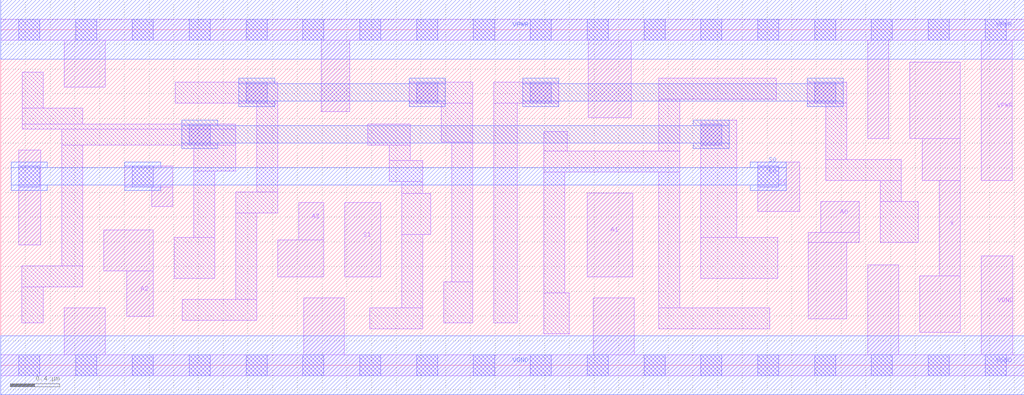
<source format=lef>
# Copyright 2020 The SkyWater PDK Authors
#
# Licensed under the Apache License, Version 2.0 (the "License");
# you may not use this file except in compliance with the License.
# You may obtain a copy of the License at
#
#     https://www.apache.org/licenses/LICENSE-2.0
#
# Unless required by applicable law or agreed to in writing, software
# distributed under the License is distributed on an "AS IS" BASIS,
# WITHOUT WARRANTIES OR CONDITIONS OF ANY KIND, either express or implied.
# See the License for the specific language governing permissions and
# limitations under the License.
#
# SPDX-License-Identifier: Apache-2.0

VERSION 5.7 ;
  NAMESCASESENSITIVE ON ;
  NOWIREEXTENSIONATPIN ON ;
  DIVIDERCHAR "/" ;
  BUSBITCHARS "[]" ;
UNITS
  DATABASE MICRONS 200 ;
END UNITS
MACRO sky130_fd_sc_hd__mux4_2
  CLASS CORE ;
  SOURCE USER ;
  FOREIGN sky130_fd_sc_hd__mux4_2 ;
  ORIGIN  0.000000  0.000000 ;
  SIZE  8.280000 BY  2.720000 ;
  SYMMETRY X Y R90 ;
  SITE unithd ;
  PIN A0
    ANTENNAGATEAREA  0.159000 ;
    DIRECTION INPUT ;
    USE SIGNAL ;
    PORT
      LAYER li1 ;
        RECT 6.535000 0.375000 6.845000 0.995000 ;
        RECT 6.535000 0.995000 6.945000 1.075000 ;
        RECT 6.635000 1.075000 6.945000 1.325000 ;
    END
  END A0
  PIN A1
    ANTENNAGATEAREA  0.159000 ;
    DIRECTION INPUT ;
    USE SIGNAL ;
    PORT
      LAYER li1 ;
        RECT 4.745000 0.715000 5.115000 1.395000 ;
    END
  END A1
  PIN A2
    ANTENNAGATEAREA  0.159000 ;
    DIRECTION INPUT ;
    USE SIGNAL ;
    PORT
      LAYER li1 ;
        RECT 0.835000 0.765000 1.235000 1.095000 ;
        RECT 1.020000 0.395000 1.235000 0.765000 ;
    END
  END A2
  PIN A3
    ANTENNAGATEAREA  0.159000 ;
    DIRECTION INPUT ;
    USE SIGNAL ;
    PORT
      LAYER li1 ;
        RECT 2.240000 0.715000 2.615000 1.015000 ;
        RECT 2.410000 1.015000 2.615000 1.320000 ;
    END
  END A3
  PIN S0
    ANTENNAGATEAREA  0.393000 ;
    DIRECTION INPUT ;
    USE SIGNAL ;
    PORT
      LAYER li1 ;
        RECT 0.145000 0.975000 0.325000 1.745000 ;
        RECT 1.005000 1.445000 1.390000 1.615000 ;
        RECT 1.220000 1.285000 1.390000 1.445000 ;
        RECT 6.125000 1.245000 6.465000 1.645000 ;
      LAYER mcon ;
        RECT 0.145000 1.445000 0.315000 1.615000 ;
        RECT 1.065000 1.445000 1.235000 1.615000 ;
        RECT 6.125000 1.445000 6.295000 1.615000 ;
      LAYER met1 ;
        RECT 0.085000 1.415000 0.375000 1.460000 ;
        RECT 0.085000 1.460000 6.355000 1.600000 ;
        RECT 0.085000 1.600000 0.375000 1.645000 ;
        RECT 1.005000 1.415000 1.295000 1.460000 ;
        RECT 1.005000 1.600000 1.295000 1.645000 ;
        RECT 6.065000 1.415000 6.355000 1.460000 ;
        RECT 6.065000 1.600000 6.355000 1.645000 ;
    END
  END S0
  PIN S1
    ANTENNAGATEAREA  0.303000 ;
    DIRECTION INPUT ;
    USE SIGNAL ;
    PORT
      LAYER li1 ;
        RECT 2.785000 0.715000 3.075000 1.320000 ;
    END
  END S1
  PIN X
    ANTENNADIFFAREA  0.445500 ;
    DIRECTION OUTPUT ;
    USE SIGNAL ;
    PORT
      LAYER li1 ;
        RECT 7.355000 1.835000 7.765000 2.455000 ;
        RECT 7.435000 0.265000 7.765000 0.725000 ;
        RECT 7.455000 1.495000 7.765000 1.835000 ;
        RECT 7.595000 0.725000 7.765000 1.495000 ;
    END
  END X
  PIN VGND
    DIRECTION INOUT ;
    SHAPE ABUTMENT ;
    USE GROUND ;
    PORT
      LAYER li1 ;
        RECT 0.000000 -0.085000 8.280000 0.085000 ;
        RECT 0.515000  0.085000 0.845000 0.465000 ;
        RECT 2.450000  0.085000 2.780000 0.545000 ;
        RECT 4.795000  0.085000 5.125000 0.545000 ;
        RECT 7.015000  0.085000 7.265000 0.815000 ;
        RECT 7.935000  0.085000 8.190000 0.885000 ;
      LAYER mcon ;
        RECT 0.145000 -0.085000 0.315000 0.085000 ;
        RECT 0.605000 -0.085000 0.775000 0.085000 ;
        RECT 1.065000 -0.085000 1.235000 0.085000 ;
        RECT 1.525000 -0.085000 1.695000 0.085000 ;
        RECT 1.985000 -0.085000 2.155000 0.085000 ;
        RECT 2.445000 -0.085000 2.615000 0.085000 ;
        RECT 2.905000 -0.085000 3.075000 0.085000 ;
        RECT 3.365000 -0.085000 3.535000 0.085000 ;
        RECT 3.825000 -0.085000 3.995000 0.085000 ;
        RECT 4.285000 -0.085000 4.455000 0.085000 ;
        RECT 4.745000 -0.085000 4.915000 0.085000 ;
        RECT 5.205000 -0.085000 5.375000 0.085000 ;
        RECT 5.665000 -0.085000 5.835000 0.085000 ;
        RECT 6.125000 -0.085000 6.295000 0.085000 ;
        RECT 6.585000 -0.085000 6.755000 0.085000 ;
        RECT 7.045000 -0.085000 7.215000 0.085000 ;
        RECT 7.505000 -0.085000 7.675000 0.085000 ;
        RECT 7.965000 -0.085000 8.135000 0.085000 ;
      LAYER met1 ;
        RECT 0.000000 -0.240000 8.280000 0.240000 ;
    END
  END VGND
  PIN VPWR
    DIRECTION INOUT ;
    SHAPE ABUTMENT ;
    USE POWER ;
    PORT
      LAYER li1 ;
        RECT 0.000000 2.635000 8.280000 2.805000 ;
        RECT 0.515000 2.255000 0.845000 2.635000 ;
        RECT 2.595000 2.055000 2.825000 2.635000 ;
        RECT 4.755000 2.005000 5.100000 2.635000 ;
        RECT 7.015000 1.835000 7.185000 2.635000 ;
        RECT 7.935000 1.495000 8.185000 2.635000 ;
      LAYER mcon ;
        RECT 0.145000 2.635000 0.315000 2.805000 ;
        RECT 0.605000 2.635000 0.775000 2.805000 ;
        RECT 1.065000 2.635000 1.235000 2.805000 ;
        RECT 1.525000 2.635000 1.695000 2.805000 ;
        RECT 1.985000 2.635000 2.155000 2.805000 ;
        RECT 2.445000 2.635000 2.615000 2.805000 ;
        RECT 2.905000 2.635000 3.075000 2.805000 ;
        RECT 3.365000 2.635000 3.535000 2.805000 ;
        RECT 3.825000 2.635000 3.995000 2.805000 ;
        RECT 4.285000 2.635000 4.455000 2.805000 ;
        RECT 4.745000 2.635000 4.915000 2.805000 ;
        RECT 5.205000 2.635000 5.375000 2.805000 ;
        RECT 5.665000 2.635000 5.835000 2.805000 ;
        RECT 6.125000 2.635000 6.295000 2.805000 ;
        RECT 6.585000 2.635000 6.755000 2.805000 ;
        RECT 7.045000 2.635000 7.215000 2.805000 ;
        RECT 7.505000 2.635000 7.675000 2.805000 ;
        RECT 7.965000 2.635000 8.135000 2.805000 ;
      LAYER met1 ;
        RECT 0.000000 2.480000 8.280000 2.960000 ;
    END
  END VPWR
  OBS
    LAYER li1 ;
      RECT 0.170000 0.345000 0.345000 0.635000 ;
      RECT 0.170000 0.635000 0.665000 0.805000 ;
      RECT 0.175000 1.915000 1.900000 1.955000 ;
      RECT 0.175000 1.955000 0.665000 2.085000 ;
      RECT 0.175000 2.085000 0.345000 2.375000 ;
      RECT 0.495000 0.805000 0.665000 1.785000 ;
      RECT 0.495000 1.785000 1.900000 1.915000 ;
      RECT 1.405000 0.705000 1.730000 1.035000 ;
      RECT 1.410000 2.125000 2.240000 2.295000 ;
      RECT 1.470000 0.365000 2.070000 0.535000 ;
      RECT 1.560000 1.035000 1.730000 1.575000 ;
      RECT 1.560000 1.575000 1.900000 1.785000 ;
      RECT 1.900000 0.535000 2.070000 1.235000 ;
      RECT 1.900000 1.235000 2.240000 1.405000 ;
      RECT 2.070000 1.405000 2.240000 2.125000 ;
      RECT 2.970000 1.785000 3.315000 1.955000 ;
      RECT 2.985000 0.295000 3.415000 0.465000 ;
      RECT 3.145000 1.490000 3.415000 1.660000 ;
      RECT 3.145000 1.660000 3.315000 1.785000 ;
      RECT 3.245000 0.465000 3.415000 1.060000 ;
      RECT 3.245000 1.060000 3.480000 1.390000 ;
      RECT 3.245000 1.390000 3.415000 1.490000 ;
      RECT 3.305000 2.125000 3.820000 2.295000 ;
      RECT 3.565000 1.810000 3.820000 2.125000 ;
      RECT 3.585000 0.345000 3.820000 0.675000 ;
      RECT 3.650000 0.675000 3.820000 1.810000 ;
      RECT 3.990000 0.345000 4.180000 2.125000 ;
      RECT 3.990000 2.125000 4.515000 2.295000 ;
      RECT 4.395000 0.255000 4.600000 0.585000 ;
      RECT 4.395000 0.585000 4.565000 1.565000 ;
      RECT 4.395000 1.565000 5.495000 1.735000 ;
      RECT 4.395000 1.735000 4.585000 1.895000 ;
      RECT 5.325000 0.295000 6.220000 0.465000 ;
      RECT 5.325000 0.465000 5.495000 1.565000 ;
      RECT 5.325000 1.735000 5.495000 2.155000 ;
      RECT 5.325000 2.155000 6.275000 2.325000 ;
      RECT 5.665000 0.705000 6.285000 1.035000 ;
      RECT 5.665000 1.035000 5.955000 1.985000 ;
      RECT 6.525000 2.125000 6.845000 2.295000 ;
      RECT 6.675000 1.495000 7.285000 1.665000 ;
      RECT 6.675000 1.665000 6.845000 2.125000 ;
      RECT 7.115000 0.995000 7.425000 1.325000 ;
      RECT 7.115000 1.325000 7.285000 1.495000 ;
    LAYER mcon ;
      RECT 1.525000 1.785000 1.695000 1.955000 ;
      RECT 1.985000 2.125000 2.155000 2.295000 ;
      RECT 3.365000 2.125000 3.535000 2.295000 ;
      RECT 4.285000 2.125000 4.455000 2.295000 ;
      RECT 5.665000 1.785000 5.835000 1.955000 ;
      RECT 6.585000 2.125000 6.755000 2.295000 ;
    LAYER met1 ;
      RECT 1.465000 1.755000 1.755000 1.800000 ;
      RECT 1.465000 1.800000 5.895000 1.940000 ;
      RECT 1.465000 1.940000 1.755000 1.985000 ;
      RECT 1.925000 2.095000 2.215000 2.140000 ;
      RECT 1.925000 2.140000 3.595000 2.280000 ;
      RECT 1.925000 2.280000 2.215000 2.325000 ;
      RECT 3.305000 2.095000 3.595000 2.140000 ;
      RECT 3.305000 2.280000 3.595000 2.325000 ;
      RECT 4.225000 2.095000 4.515000 2.140000 ;
      RECT 4.225000 2.140000 6.815000 2.280000 ;
      RECT 4.225000 2.280000 4.515000 2.325000 ;
      RECT 5.605000 1.755000 5.895000 1.800000 ;
      RECT 5.605000 1.940000 5.895000 1.985000 ;
      RECT 6.525000 2.095000 6.815000 2.140000 ;
      RECT 6.525000 2.280000 6.815000 2.325000 ;
  END
END sky130_fd_sc_hd__mux4_2

</source>
